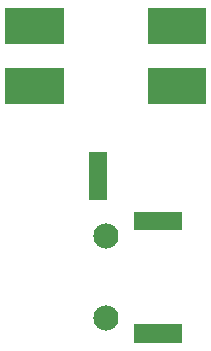
<source format=gbr>
G04 start of page 6 for group -4063 idx -4063 *
G04 Title: (unknown), componentmask *
G04 Creator: pcb 4.2.2 *
G04 CreationDate: Wed Nov 22 19:00:24 2023 UTC *
G04 For: thomasc *
G04 Format: Gerber/RS-274X *
G04 PCB-Dimensions (mil): 1000.00 1500.00 *
G04 PCB-Coordinate-Origin: lower left *
%MOIN*%
%FSLAX25Y25*%
%LNTOPMASK*%
%ADD21C,0.0001*%
%ADD20C,0.0840*%
G54D20*X50000Y12500D03*
Y40000D03*
G54D21*G36*
X59400Y10600D02*Y4400D01*
X75600D01*
Y10600D01*
X59400D01*
G37*
G36*
Y48100D02*Y41900D01*
X75600D01*
Y48100D01*
X59400D01*
G37*
G36*
X50600Y68100D02*X44400D01*
Y51900D01*
X50600D01*
Y68100D01*
G37*
G36*
X16500Y116000D02*Y104000D01*
X36000D01*
Y116000D01*
X16500D01*
G37*
G36*
Y96000D02*Y84000D01*
X36000D01*
Y96000D01*
X16500D01*
G37*
G36*
X64000D02*Y84000D01*
X83500D01*
Y96000D01*
X64000D01*
G37*
G36*
Y116000D02*Y104000D01*
X83500D01*
Y116000D01*
X64000D01*
G37*
M02*

</source>
